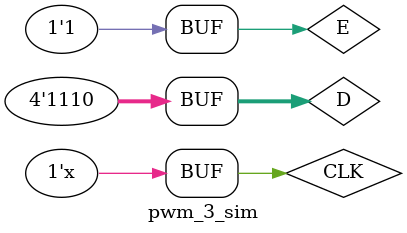
<source format=v>
`timescale 1ns / 1ps


module pwm_3_sim;

	// Inputs
	reg CLK;
	reg [3:0] D;
	reg E;

	// Outputs
	wire P;

	// Instantiate the Unit Under Test (UUT)
	pwm_3 uut (
		.CLK(CLK), 
		.D(D), 
		.P(P), 
		.E(E)
	);

	initial begin
		// Initialize Inputs
		CLK = 0;
		D = 4'b1110;
		 #10 E = 1;

	end
	always begin
	#10;
	CLK=~CLK;
      end
endmodule


</source>
